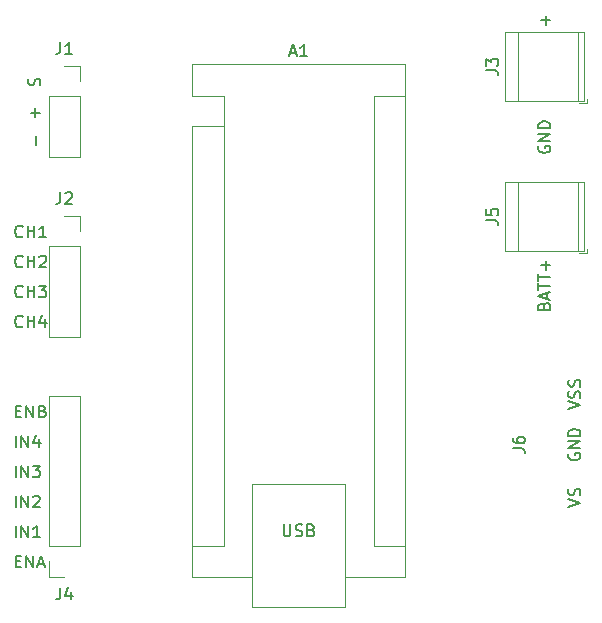
<source format=gbr>
%TF.GenerationSoftware,KiCad,Pcbnew,7.0.9*%
%TF.CreationDate,2023-11-18T21:52:13-06:00*%
%TF.ProjectId,batttlebot_pcb,62617474-746c-4656-926f-745f7063622e,rev?*%
%TF.SameCoordinates,Original*%
%TF.FileFunction,Legend,Top*%
%TF.FilePolarity,Positive*%
%FSLAX46Y46*%
G04 Gerber Fmt 4.6, Leading zero omitted, Abs format (unit mm)*
G04 Created by KiCad (PCBNEW 7.0.9) date 2023-11-18 21:52:13*
%MOMM*%
%LPD*%
G01*
G04 APERTURE LIST*
%ADD10C,0.150000*%
%ADD11C,0.120000*%
G04 APERTURE END LIST*
D10*
X110191779Y-104121009D02*
X110525112Y-104121009D01*
X110667969Y-104644819D02*
X110191779Y-104644819D01*
X110191779Y-104644819D02*
X110191779Y-103644819D01*
X110191779Y-103644819D02*
X110667969Y-103644819D01*
X111096541Y-104644819D02*
X111096541Y-103644819D01*
X111096541Y-103644819D02*
X111667969Y-104644819D01*
X111667969Y-104644819D02*
X111667969Y-103644819D01*
X112477493Y-104121009D02*
X112620350Y-104168628D01*
X112620350Y-104168628D02*
X112667969Y-104216247D01*
X112667969Y-104216247D02*
X112715588Y-104311485D01*
X112715588Y-104311485D02*
X112715588Y-104454342D01*
X112715588Y-104454342D02*
X112667969Y-104549580D01*
X112667969Y-104549580D02*
X112620350Y-104597200D01*
X112620350Y-104597200D02*
X112525112Y-104644819D01*
X112525112Y-104644819D02*
X112144160Y-104644819D01*
X112144160Y-104644819D02*
X112144160Y-103644819D01*
X112144160Y-103644819D02*
X112477493Y-103644819D01*
X112477493Y-103644819D02*
X112572731Y-103692438D01*
X112572731Y-103692438D02*
X112620350Y-103740057D01*
X112620350Y-103740057D02*
X112667969Y-103835295D01*
X112667969Y-103835295D02*
X112667969Y-103930533D01*
X112667969Y-103930533D02*
X112620350Y-104025771D01*
X112620350Y-104025771D02*
X112572731Y-104073390D01*
X112572731Y-104073390D02*
X112477493Y-104121009D01*
X112477493Y-104121009D02*
X112144160Y-104121009D01*
X110191779Y-107184819D02*
X110191779Y-106184819D01*
X110667969Y-107184819D02*
X110667969Y-106184819D01*
X110667969Y-106184819D02*
X111239397Y-107184819D01*
X111239397Y-107184819D02*
X111239397Y-106184819D01*
X112144159Y-106518152D02*
X112144159Y-107184819D01*
X111906064Y-106137200D02*
X111667969Y-106851485D01*
X111667969Y-106851485D02*
X112287016Y-106851485D01*
X110191779Y-109724819D02*
X110191779Y-108724819D01*
X110667969Y-109724819D02*
X110667969Y-108724819D01*
X110667969Y-108724819D02*
X111239397Y-109724819D01*
X111239397Y-109724819D02*
X111239397Y-108724819D01*
X111620350Y-108724819D02*
X112239397Y-108724819D01*
X112239397Y-108724819D02*
X111906064Y-109105771D01*
X111906064Y-109105771D02*
X112048921Y-109105771D01*
X112048921Y-109105771D02*
X112144159Y-109153390D01*
X112144159Y-109153390D02*
X112191778Y-109201009D01*
X112191778Y-109201009D02*
X112239397Y-109296247D01*
X112239397Y-109296247D02*
X112239397Y-109534342D01*
X112239397Y-109534342D02*
X112191778Y-109629580D01*
X112191778Y-109629580D02*
X112144159Y-109677200D01*
X112144159Y-109677200D02*
X112048921Y-109724819D01*
X112048921Y-109724819D02*
X111763207Y-109724819D01*
X111763207Y-109724819D02*
X111667969Y-109677200D01*
X111667969Y-109677200D02*
X111620350Y-109629580D01*
X110191779Y-112264819D02*
X110191779Y-111264819D01*
X110667969Y-112264819D02*
X110667969Y-111264819D01*
X110667969Y-111264819D02*
X111239397Y-112264819D01*
X111239397Y-112264819D02*
X111239397Y-111264819D01*
X111667969Y-111360057D02*
X111715588Y-111312438D01*
X111715588Y-111312438D02*
X111810826Y-111264819D01*
X111810826Y-111264819D02*
X112048921Y-111264819D01*
X112048921Y-111264819D02*
X112144159Y-111312438D01*
X112144159Y-111312438D02*
X112191778Y-111360057D01*
X112191778Y-111360057D02*
X112239397Y-111455295D01*
X112239397Y-111455295D02*
X112239397Y-111550533D01*
X112239397Y-111550533D02*
X112191778Y-111693390D01*
X112191778Y-111693390D02*
X111620350Y-112264819D01*
X111620350Y-112264819D02*
X112239397Y-112264819D01*
X110191779Y-114804819D02*
X110191779Y-113804819D01*
X110667969Y-114804819D02*
X110667969Y-113804819D01*
X110667969Y-113804819D02*
X111239397Y-114804819D01*
X111239397Y-114804819D02*
X111239397Y-113804819D01*
X112239397Y-114804819D02*
X111667969Y-114804819D01*
X111953683Y-114804819D02*
X111953683Y-113804819D01*
X111953683Y-113804819D02*
X111858445Y-113947676D01*
X111858445Y-113947676D02*
X111763207Y-114042914D01*
X111763207Y-114042914D02*
X111667969Y-114090533D01*
X110191779Y-116821009D02*
X110525112Y-116821009D01*
X110667969Y-117344819D02*
X110191779Y-117344819D01*
X110191779Y-117344819D02*
X110191779Y-116344819D01*
X110191779Y-116344819D02*
X110667969Y-116344819D01*
X111096541Y-117344819D02*
X111096541Y-116344819D01*
X111096541Y-116344819D02*
X111667969Y-117344819D01*
X111667969Y-117344819D02*
X111667969Y-116344819D01*
X112096541Y-117059104D02*
X112572731Y-117059104D01*
X112001303Y-117344819D02*
X112334636Y-116344819D01*
X112334636Y-116344819D02*
X112667969Y-117344819D01*
X110763207Y-96929580D02*
X110715588Y-96977200D01*
X110715588Y-96977200D02*
X110572731Y-97024819D01*
X110572731Y-97024819D02*
X110477493Y-97024819D01*
X110477493Y-97024819D02*
X110334636Y-96977200D01*
X110334636Y-96977200D02*
X110239398Y-96881961D01*
X110239398Y-96881961D02*
X110191779Y-96786723D01*
X110191779Y-96786723D02*
X110144160Y-96596247D01*
X110144160Y-96596247D02*
X110144160Y-96453390D01*
X110144160Y-96453390D02*
X110191779Y-96262914D01*
X110191779Y-96262914D02*
X110239398Y-96167676D01*
X110239398Y-96167676D02*
X110334636Y-96072438D01*
X110334636Y-96072438D02*
X110477493Y-96024819D01*
X110477493Y-96024819D02*
X110572731Y-96024819D01*
X110572731Y-96024819D02*
X110715588Y-96072438D01*
X110715588Y-96072438D02*
X110763207Y-96120057D01*
X111191779Y-97024819D02*
X111191779Y-96024819D01*
X111191779Y-96501009D02*
X111763207Y-96501009D01*
X111763207Y-97024819D02*
X111763207Y-96024819D01*
X112667969Y-96358152D02*
X112667969Y-97024819D01*
X112429874Y-95977200D02*
X112191779Y-96691485D01*
X112191779Y-96691485D02*
X112810826Y-96691485D01*
X110763207Y-94389580D02*
X110715588Y-94437200D01*
X110715588Y-94437200D02*
X110572731Y-94484819D01*
X110572731Y-94484819D02*
X110477493Y-94484819D01*
X110477493Y-94484819D02*
X110334636Y-94437200D01*
X110334636Y-94437200D02*
X110239398Y-94341961D01*
X110239398Y-94341961D02*
X110191779Y-94246723D01*
X110191779Y-94246723D02*
X110144160Y-94056247D01*
X110144160Y-94056247D02*
X110144160Y-93913390D01*
X110144160Y-93913390D02*
X110191779Y-93722914D01*
X110191779Y-93722914D02*
X110239398Y-93627676D01*
X110239398Y-93627676D02*
X110334636Y-93532438D01*
X110334636Y-93532438D02*
X110477493Y-93484819D01*
X110477493Y-93484819D02*
X110572731Y-93484819D01*
X110572731Y-93484819D02*
X110715588Y-93532438D01*
X110715588Y-93532438D02*
X110763207Y-93580057D01*
X111191779Y-94484819D02*
X111191779Y-93484819D01*
X111191779Y-93961009D02*
X111763207Y-93961009D01*
X111763207Y-94484819D02*
X111763207Y-93484819D01*
X112144160Y-93484819D02*
X112763207Y-93484819D01*
X112763207Y-93484819D02*
X112429874Y-93865771D01*
X112429874Y-93865771D02*
X112572731Y-93865771D01*
X112572731Y-93865771D02*
X112667969Y-93913390D01*
X112667969Y-93913390D02*
X112715588Y-93961009D01*
X112715588Y-93961009D02*
X112763207Y-94056247D01*
X112763207Y-94056247D02*
X112763207Y-94294342D01*
X112763207Y-94294342D02*
X112715588Y-94389580D01*
X112715588Y-94389580D02*
X112667969Y-94437200D01*
X112667969Y-94437200D02*
X112572731Y-94484819D01*
X112572731Y-94484819D02*
X112287017Y-94484819D01*
X112287017Y-94484819D02*
X112191779Y-94437200D01*
X112191779Y-94437200D02*
X112144160Y-94389580D01*
X110763207Y-91849580D02*
X110715588Y-91897200D01*
X110715588Y-91897200D02*
X110572731Y-91944819D01*
X110572731Y-91944819D02*
X110477493Y-91944819D01*
X110477493Y-91944819D02*
X110334636Y-91897200D01*
X110334636Y-91897200D02*
X110239398Y-91801961D01*
X110239398Y-91801961D02*
X110191779Y-91706723D01*
X110191779Y-91706723D02*
X110144160Y-91516247D01*
X110144160Y-91516247D02*
X110144160Y-91373390D01*
X110144160Y-91373390D02*
X110191779Y-91182914D01*
X110191779Y-91182914D02*
X110239398Y-91087676D01*
X110239398Y-91087676D02*
X110334636Y-90992438D01*
X110334636Y-90992438D02*
X110477493Y-90944819D01*
X110477493Y-90944819D02*
X110572731Y-90944819D01*
X110572731Y-90944819D02*
X110715588Y-90992438D01*
X110715588Y-90992438D02*
X110763207Y-91040057D01*
X111191779Y-91944819D02*
X111191779Y-90944819D01*
X111191779Y-91421009D02*
X111763207Y-91421009D01*
X111763207Y-91944819D02*
X111763207Y-90944819D01*
X112191779Y-91040057D02*
X112239398Y-90992438D01*
X112239398Y-90992438D02*
X112334636Y-90944819D01*
X112334636Y-90944819D02*
X112572731Y-90944819D01*
X112572731Y-90944819D02*
X112667969Y-90992438D01*
X112667969Y-90992438D02*
X112715588Y-91040057D01*
X112715588Y-91040057D02*
X112763207Y-91135295D01*
X112763207Y-91135295D02*
X112763207Y-91230533D01*
X112763207Y-91230533D02*
X112715588Y-91373390D01*
X112715588Y-91373390D02*
X112144160Y-91944819D01*
X112144160Y-91944819D02*
X112763207Y-91944819D01*
X110763207Y-89309580D02*
X110715588Y-89357200D01*
X110715588Y-89357200D02*
X110572731Y-89404819D01*
X110572731Y-89404819D02*
X110477493Y-89404819D01*
X110477493Y-89404819D02*
X110334636Y-89357200D01*
X110334636Y-89357200D02*
X110239398Y-89261961D01*
X110239398Y-89261961D02*
X110191779Y-89166723D01*
X110191779Y-89166723D02*
X110144160Y-88976247D01*
X110144160Y-88976247D02*
X110144160Y-88833390D01*
X110144160Y-88833390D02*
X110191779Y-88642914D01*
X110191779Y-88642914D02*
X110239398Y-88547676D01*
X110239398Y-88547676D02*
X110334636Y-88452438D01*
X110334636Y-88452438D02*
X110477493Y-88404819D01*
X110477493Y-88404819D02*
X110572731Y-88404819D01*
X110572731Y-88404819D02*
X110715588Y-88452438D01*
X110715588Y-88452438D02*
X110763207Y-88500057D01*
X111191779Y-89404819D02*
X111191779Y-88404819D01*
X111191779Y-88881009D02*
X111763207Y-88881009D01*
X111763207Y-89404819D02*
X111763207Y-88404819D01*
X112763207Y-89404819D02*
X112191779Y-89404819D01*
X112477493Y-89404819D02*
X112477493Y-88404819D01*
X112477493Y-88404819D02*
X112382255Y-88547676D01*
X112382255Y-88547676D02*
X112287017Y-88642914D01*
X112287017Y-88642914D02*
X112191779Y-88690533D01*
X112217200Y-76545839D02*
X112264819Y-76402982D01*
X112264819Y-76402982D02*
X112264819Y-76164887D01*
X112264819Y-76164887D02*
X112217200Y-76069649D01*
X112217200Y-76069649D02*
X112169580Y-76022030D01*
X112169580Y-76022030D02*
X112074342Y-75974411D01*
X112074342Y-75974411D02*
X111979104Y-75974411D01*
X111979104Y-75974411D02*
X111883866Y-76022030D01*
X111883866Y-76022030D02*
X111836247Y-76069649D01*
X111836247Y-76069649D02*
X111788628Y-76164887D01*
X111788628Y-76164887D02*
X111741009Y-76355363D01*
X111741009Y-76355363D02*
X111693390Y-76450601D01*
X111693390Y-76450601D02*
X111645771Y-76498220D01*
X111645771Y-76498220D02*
X111550533Y-76545839D01*
X111550533Y-76545839D02*
X111455295Y-76545839D01*
X111455295Y-76545839D02*
X111360057Y-76498220D01*
X111360057Y-76498220D02*
X111312438Y-76450601D01*
X111312438Y-76450601D02*
X111264819Y-76355363D01*
X111264819Y-76355363D02*
X111264819Y-76117268D01*
X111264819Y-76117268D02*
X111312438Y-75974411D01*
X111461779Y-78863866D02*
X112223684Y-78863866D01*
X111842731Y-79244819D02*
X111842731Y-78482914D01*
X111883866Y-81578220D02*
X111883866Y-80816316D01*
X156984819Y-103946077D02*
X157984819Y-103612744D01*
X157984819Y-103612744D02*
X156984819Y-103279411D01*
X157937200Y-102993696D02*
X157984819Y-102850839D01*
X157984819Y-102850839D02*
X157984819Y-102612744D01*
X157984819Y-102612744D02*
X157937200Y-102517506D01*
X157937200Y-102517506D02*
X157889580Y-102469887D01*
X157889580Y-102469887D02*
X157794342Y-102422268D01*
X157794342Y-102422268D02*
X157699104Y-102422268D01*
X157699104Y-102422268D02*
X157603866Y-102469887D01*
X157603866Y-102469887D02*
X157556247Y-102517506D01*
X157556247Y-102517506D02*
X157508628Y-102612744D01*
X157508628Y-102612744D02*
X157461009Y-102803220D01*
X157461009Y-102803220D02*
X157413390Y-102898458D01*
X157413390Y-102898458D02*
X157365771Y-102946077D01*
X157365771Y-102946077D02*
X157270533Y-102993696D01*
X157270533Y-102993696D02*
X157175295Y-102993696D01*
X157175295Y-102993696D02*
X157080057Y-102946077D01*
X157080057Y-102946077D02*
X157032438Y-102898458D01*
X157032438Y-102898458D02*
X156984819Y-102803220D01*
X156984819Y-102803220D02*
X156984819Y-102565125D01*
X156984819Y-102565125D02*
X157032438Y-102422268D01*
X157937200Y-102041315D02*
X157984819Y-101898458D01*
X157984819Y-101898458D02*
X157984819Y-101660363D01*
X157984819Y-101660363D02*
X157937200Y-101565125D01*
X157937200Y-101565125D02*
X157889580Y-101517506D01*
X157889580Y-101517506D02*
X157794342Y-101469887D01*
X157794342Y-101469887D02*
X157699104Y-101469887D01*
X157699104Y-101469887D02*
X157603866Y-101517506D01*
X157603866Y-101517506D02*
X157556247Y-101565125D01*
X157556247Y-101565125D02*
X157508628Y-101660363D01*
X157508628Y-101660363D02*
X157461009Y-101850839D01*
X157461009Y-101850839D02*
X157413390Y-101946077D01*
X157413390Y-101946077D02*
X157365771Y-101993696D01*
X157365771Y-101993696D02*
X157270533Y-102041315D01*
X157270533Y-102041315D02*
X157175295Y-102041315D01*
X157175295Y-102041315D02*
X157080057Y-101993696D01*
X157080057Y-101993696D02*
X157032438Y-101946077D01*
X157032438Y-101946077D02*
X156984819Y-101850839D01*
X156984819Y-101850839D02*
X156984819Y-101612744D01*
X156984819Y-101612744D02*
X157032438Y-101469887D01*
X156984819Y-112201077D02*
X157984819Y-111867744D01*
X157984819Y-111867744D02*
X156984819Y-111534411D01*
X157937200Y-111248696D02*
X157984819Y-111105839D01*
X157984819Y-111105839D02*
X157984819Y-110867744D01*
X157984819Y-110867744D02*
X157937200Y-110772506D01*
X157937200Y-110772506D02*
X157889580Y-110724887D01*
X157889580Y-110724887D02*
X157794342Y-110677268D01*
X157794342Y-110677268D02*
X157699104Y-110677268D01*
X157699104Y-110677268D02*
X157603866Y-110724887D01*
X157603866Y-110724887D02*
X157556247Y-110772506D01*
X157556247Y-110772506D02*
X157508628Y-110867744D01*
X157508628Y-110867744D02*
X157461009Y-111058220D01*
X157461009Y-111058220D02*
X157413390Y-111153458D01*
X157413390Y-111153458D02*
X157365771Y-111201077D01*
X157365771Y-111201077D02*
X157270533Y-111248696D01*
X157270533Y-111248696D02*
X157175295Y-111248696D01*
X157175295Y-111248696D02*
X157080057Y-111201077D01*
X157080057Y-111201077D02*
X157032438Y-111153458D01*
X157032438Y-111153458D02*
X156984819Y-111058220D01*
X156984819Y-111058220D02*
X156984819Y-110820125D01*
X156984819Y-110820125D02*
X157032438Y-110677268D01*
X157032438Y-107724411D02*
X156984819Y-107819649D01*
X156984819Y-107819649D02*
X156984819Y-107962506D01*
X156984819Y-107962506D02*
X157032438Y-108105363D01*
X157032438Y-108105363D02*
X157127676Y-108200601D01*
X157127676Y-108200601D02*
X157222914Y-108248220D01*
X157222914Y-108248220D02*
X157413390Y-108295839D01*
X157413390Y-108295839D02*
X157556247Y-108295839D01*
X157556247Y-108295839D02*
X157746723Y-108248220D01*
X157746723Y-108248220D02*
X157841961Y-108200601D01*
X157841961Y-108200601D02*
X157937200Y-108105363D01*
X157937200Y-108105363D02*
X157984819Y-107962506D01*
X157984819Y-107962506D02*
X157984819Y-107867268D01*
X157984819Y-107867268D02*
X157937200Y-107724411D01*
X157937200Y-107724411D02*
X157889580Y-107676792D01*
X157889580Y-107676792D02*
X157556247Y-107676792D01*
X157556247Y-107676792D02*
X157556247Y-107867268D01*
X157984819Y-107248220D02*
X156984819Y-107248220D01*
X156984819Y-107248220D02*
X157984819Y-106676792D01*
X157984819Y-106676792D02*
X156984819Y-106676792D01*
X157984819Y-106200601D02*
X156984819Y-106200601D01*
X156984819Y-106200601D02*
X156984819Y-105962506D01*
X156984819Y-105962506D02*
X157032438Y-105819649D01*
X157032438Y-105819649D02*
X157127676Y-105724411D01*
X157127676Y-105724411D02*
X157222914Y-105676792D01*
X157222914Y-105676792D02*
X157413390Y-105629173D01*
X157413390Y-105629173D02*
X157556247Y-105629173D01*
X157556247Y-105629173D02*
X157746723Y-105676792D01*
X157746723Y-105676792D02*
X157841961Y-105724411D01*
X157841961Y-105724411D02*
X157937200Y-105819649D01*
X157937200Y-105819649D02*
X157984819Y-105962506D01*
X157984819Y-105962506D02*
X157984819Y-106200601D01*
X154921009Y-95214887D02*
X154968628Y-95072030D01*
X154968628Y-95072030D02*
X155016247Y-95024411D01*
X155016247Y-95024411D02*
X155111485Y-94976792D01*
X155111485Y-94976792D02*
X155254342Y-94976792D01*
X155254342Y-94976792D02*
X155349580Y-95024411D01*
X155349580Y-95024411D02*
X155397200Y-95072030D01*
X155397200Y-95072030D02*
X155444819Y-95167268D01*
X155444819Y-95167268D02*
X155444819Y-95548220D01*
X155444819Y-95548220D02*
X154444819Y-95548220D01*
X154444819Y-95548220D02*
X154444819Y-95214887D01*
X154444819Y-95214887D02*
X154492438Y-95119649D01*
X154492438Y-95119649D02*
X154540057Y-95072030D01*
X154540057Y-95072030D02*
X154635295Y-95024411D01*
X154635295Y-95024411D02*
X154730533Y-95024411D01*
X154730533Y-95024411D02*
X154825771Y-95072030D01*
X154825771Y-95072030D02*
X154873390Y-95119649D01*
X154873390Y-95119649D02*
X154921009Y-95214887D01*
X154921009Y-95214887D02*
X154921009Y-95548220D01*
X155159104Y-94595839D02*
X155159104Y-94119649D01*
X155444819Y-94691077D02*
X154444819Y-94357744D01*
X154444819Y-94357744D02*
X155444819Y-94024411D01*
X154444819Y-93833934D02*
X154444819Y-93262506D01*
X155444819Y-93548220D02*
X154444819Y-93548220D01*
X154444819Y-93072029D02*
X154444819Y-92500601D01*
X155444819Y-92786315D02*
X154444819Y-92786315D01*
X155063866Y-92167267D02*
X155063866Y-91405363D01*
X155444819Y-91786315D02*
X154682914Y-91786315D01*
X154492438Y-81689411D02*
X154444819Y-81784649D01*
X154444819Y-81784649D02*
X154444819Y-81927506D01*
X154444819Y-81927506D02*
X154492438Y-82070363D01*
X154492438Y-82070363D02*
X154587676Y-82165601D01*
X154587676Y-82165601D02*
X154682914Y-82213220D01*
X154682914Y-82213220D02*
X154873390Y-82260839D01*
X154873390Y-82260839D02*
X155016247Y-82260839D01*
X155016247Y-82260839D02*
X155206723Y-82213220D01*
X155206723Y-82213220D02*
X155301961Y-82165601D01*
X155301961Y-82165601D02*
X155397200Y-82070363D01*
X155397200Y-82070363D02*
X155444819Y-81927506D01*
X155444819Y-81927506D02*
X155444819Y-81832268D01*
X155444819Y-81832268D02*
X155397200Y-81689411D01*
X155397200Y-81689411D02*
X155349580Y-81641792D01*
X155349580Y-81641792D02*
X155016247Y-81641792D01*
X155016247Y-81641792D02*
X155016247Y-81832268D01*
X155444819Y-81213220D02*
X154444819Y-81213220D01*
X154444819Y-81213220D02*
X155444819Y-80641792D01*
X155444819Y-80641792D02*
X154444819Y-80641792D01*
X155444819Y-80165601D02*
X154444819Y-80165601D01*
X154444819Y-80165601D02*
X154444819Y-79927506D01*
X154444819Y-79927506D02*
X154492438Y-79784649D01*
X154492438Y-79784649D02*
X154587676Y-79689411D01*
X154587676Y-79689411D02*
X154682914Y-79641792D01*
X154682914Y-79641792D02*
X154873390Y-79594173D01*
X154873390Y-79594173D02*
X155016247Y-79594173D01*
X155016247Y-79594173D02*
X155206723Y-79641792D01*
X155206723Y-79641792D02*
X155301961Y-79689411D01*
X155301961Y-79689411D02*
X155397200Y-79784649D01*
X155397200Y-79784649D02*
X155444819Y-79927506D01*
X155444819Y-79927506D02*
X155444819Y-80165601D01*
X155063866Y-71418220D02*
X155063866Y-70656316D01*
X155444819Y-71037268D02*
X154682914Y-71037268D01*
X152274819Y-107273333D02*
X152989104Y-107273333D01*
X152989104Y-107273333D02*
X153131961Y-107320952D01*
X153131961Y-107320952D02*
X153227200Y-107416190D01*
X153227200Y-107416190D02*
X153274819Y-107559047D01*
X153274819Y-107559047D02*
X153274819Y-107654285D01*
X152274819Y-106368571D02*
X152274819Y-106559047D01*
X152274819Y-106559047D02*
X152322438Y-106654285D01*
X152322438Y-106654285D02*
X152370057Y-106701904D01*
X152370057Y-106701904D02*
X152512914Y-106797142D01*
X152512914Y-106797142D02*
X152703390Y-106844761D01*
X152703390Y-106844761D02*
X153084342Y-106844761D01*
X153084342Y-106844761D02*
X153179580Y-106797142D01*
X153179580Y-106797142D02*
X153227200Y-106749523D01*
X153227200Y-106749523D02*
X153274819Y-106654285D01*
X153274819Y-106654285D02*
X153274819Y-106463809D01*
X153274819Y-106463809D02*
X153227200Y-106368571D01*
X153227200Y-106368571D02*
X153179580Y-106320952D01*
X153179580Y-106320952D02*
X153084342Y-106273333D01*
X153084342Y-106273333D02*
X152846247Y-106273333D01*
X152846247Y-106273333D02*
X152751009Y-106320952D01*
X152751009Y-106320952D02*
X152703390Y-106368571D01*
X152703390Y-106368571D02*
X152655771Y-106463809D01*
X152655771Y-106463809D02*
X152655771Y-106654285D01*
X152655771Y-106654285D02*
X152703390Y-106749523D01*
X152703390Y-106749523D02*
X152751009Y-106797142D01*
X152751009Y-106797142D02*
X152846247Y-106844761D01*
X150024819Y-87963333D02*
X150739104Y-87963333D01*
X150739104Y-87963333D02*
X150881961Y-88010952D01*
X150881961Y-88010952D02*
X150977200Y-88106190D01*
X150977200Y-88106190D02*
X151024819Y-88249047D01*
X151024819Y-88249047D02*
X151024819Y-88344285D01*
X150024819Y-87010952D02*
X150024819Y-87487142D01*
X150024819Y-87487142D02*
X150501009Y-87534761D01*
X150501009Y-87534761D02*
X150453390Y-87487142D01*
X150453390Y-87487142D02*
X150405771Y-87391904D01*
X150405771Y-87391904D02*
X150405771Y-87153809D01*
X150405771Y-87153809D02*
X150453390Y-87058571D01*
X150453390Y-87058571D02*
X150501009Y-87010952D01*
X150501009Y-87010952D02*
X150596247Y-86963333D01*
X150596247Y-86963333D02*
X150834342Y-86963333D01*
X150834342Y-86963333D02*
X150929580Y-87010952D01*
X150929580Y-87010952D02*
X150977200Y-87058571D01*
X150977200Y-87058571D02*
X151024819Y-87153809D01*
X151024819Y-87153809D02*
X151024819Y-87391904D01*
X151024819Y-87391904D02*
X150977200Y-87487142D01*
X150977200Y-87487142D02*
X150929580Y-87534761D01*
X113966666Y-85584819D02*
X113966666Y-86299104D01*
X113966666Y-86299104D02*
X113919047Y-86441961D01*
X113919047Y-86441961D02*
X113823809Y-86537200D01*
X113823809Y-86537200D02*
X113680952Y-86584819D01*
X113680952Y-86584819D02*
X113585714Y-86584819D01*
X114395238Y-85680057D02*
X114442857Y-85632438D01*
X114442857Y-85632438D02*
X114538095Y-85584819D01*
X114538095Y-85584819D02*
X114776190Y-85584819D01*
X114776190Y-85584819D02*
X114871428Y-85632438D01*
X114871428Y-85632438D02*
X114919047Y-85680057D01*
X114919047Y-85680057D02*
X114966666Y-85775295D01*
X114966666Y-85775295D02*
X114966666Y-85870533D01*
X114966666Y-85870533D02*
X114919047Y-86013390D01*
X114919047Y-86013390D02*
X114347619Y-86584819D01*
X114347619Y-86584819D02*
X114966666Y-86584819D01*
X113966666Y-119064819D02*
X113966666Y-119779104D01*
X113966666Y-119779104D02*
X113919047Y-119921961D01*
X113919047Y-119921961D02*
X113823809Y-120017200D01*
X113823809Y-120017200D02*
X113680952Y-120064819D01*
X113680952Y-120064819D02*
X113585714Y-120064819D01*
X114871428Y-119398152D02*
X114871428Y-120064819D01*
X114633333Y-119017200D02*
X114395238Y-119731485D01*
X114395238Y-119731485D02*
X115014285Y-119731485D01*
X150024819Y-75263333D02*
X150739104Y-75263333D01*
X150739104Y-75263333D02*
X150881961Y-75310952D01*
X150881961Y-75310952D02*
X150977200Y-75406190D01*
X150977200Y-75406190D02*
X151024819Y-75549047D01*
X151024819Y-75549047D02*
X151024819Y-75644285D01*
X150024819Y-74882380D02*
X150024819Y-74263333D01*
X150024819Y-74263333D02*
X150405771Y-74596666D01*
X150405771Y-74596666D02*
X150405771Y-74453809D01*
X150405771Y-74453809D02*
X150453390Y-74358571D01*
X150453390Y-74358571D02*
X150501009Y-74310952D01*
X150501009Y-74310952D02*
X150596247Y-74263333D01*
X150596247Y-74263333D02*
X150834342Y-74263333D01*
X150834342Y-74263333D02*
X150929580Y-74310952D01*
X150929580Y-74310952D02*
X150977200Y-74358571D01*
X150977200Y-74358571D02*
X151024819Y-74453809D01*
X151024819Y-74453809D02*
X151024819Y-74739523D01*
X151024819Y-74739523D02*
X150977200Y-74834761D01*
X150977200Y-74834761D02*
X150929580Y-74882380D01*
X113966666Y-72884819D02*
X113966666Y-73599104D01*
X113966666Y-73599104D02*
X113919047Y-73741961D01*
X113919047Y-73741961D02*
X113823809Y-73837200D01*
X113823809Y-73837200D02*
X113680952Y-73884819D01*
X113680952Y-73884819D02*
X113585714Y-73884819D01*
X114966666Y-73884819D02*
X114395238Y-73884819D01*
X114680952Y-73884819D02*
X114680952Y-72884819D01*
X114680952Y-72884819D02*
X114585714Y-73027676D01*
X114585714Y-73027676D02*
X114490476Y-73122914D01*
X114490476Y-73122914D02*
X114395238Y-73170533D01*
X133425714Y-73789104D02*
X133901904Y-73789104D01*
X133330476Y-74074819D02*
X133663809Y-73074819D01*
X133663809Y-73074819D02*
X133997142Y-74074819D01*
X134854285Y-74074819D02*
X134282857Y-74074819D01*
X134568571Y-74074819D02*
X134568571Y-73074819D01*
X134568571Y-73074819D02*
X134473333Y-73217676D01*
X134473333Y-73217676D02*
X134378095Y-73312914D01*
X134378095Y-73312914D02*
X134282857Y-73360533D01*
X132878095Y-113714819D02*
X132878095Y-114524342D01*
X132878095Y-114524342D02*
X132925714Y-114619580D01*
X132925714Y-114619580D02*
X132973333Y-114667200D01*
X132973333Y-114667200D02*
X133068571Y-114714819D01*
X133068571Y-114714819D02*
X133259047Y-114714819D01*
X133259047Y-114714819D02*
X133354285Y-114667200D01*
X133354285Y-114667200D02*
X133401904Y-114619580D01*
X133401904Y-114619580D02*
X133449523Y-114524342D01*
X133449523Y-114524342D02*
X133449523Y-113714819D01*
X133878095Y-114667200D02*
X134020952Y-114714819D01*
X134020952Y-114714819D02*
X134259047Y-114714819D01*
X134259047Y-114714819D02*
X134354285Y-114667200D01*
X134354285Y-114667200D02*
X134401904Y-114619580D01*
X134401904Y-114619580D02*
X134449523Y-114524342D01*
X134449523Y-114524342D02*
X134449523Y-114429104D01*
X134449523Y-114429104D02*
X134401904Y-114333866D01*
X134401904Y-114333866D02*
X134354285Y-114286247D01*
X134354285Y-114286247D02*
X134259047Y-114238628D01*
X134259047Y-114238628D02*
X134068571Y-114191009D01*
X134068571Y-114191009D02*
X133973333Y-114143390D01*
X133973333Y-114143390D02*
X133925714Y-114095771D01*
X133925714Y-114095771D02*
X133878095Y-114000533D01*
X133878095Y-114000533D02*
X133878095Y-113905295D01*
X133878095Y-113905295D02*
X133925714Y-113810057D01*
X133925714Y-113810057D02*
X133973333Y-113762438D01*
X133973333Y-113762438D02*
X134068571Y-113714819D01*
X134068571Y-113714819D02*
X134306666Y-113714819D01*
X134306666Y-113714819D02*
X134449523Y-113762438D01*
X135211428Y-114191009D02*
X135354285Y-114238628D01*
X135354285Y-114238628D02*
X135401904Y-114286247D01*
X135401904Y-114286247D02*
X135449523Y-114381485D01*
X135449523Y-114381485D02*
X135449523Y-114524342D01*
X135449523Y-114524342D02*
X135401904Y-114619580D01*
X135401904Y-114619580D02*
X135354285Y-114667200D01*
X135354285Y-114667200D02*
X135259047Y-114714819D01*
X135259047Y-114714819D02*
X134878095Y-114714819D01*
X134878095Y-114714819D02*
X134878095Y-113714819D01*
X134878095Y-113714819D02*
X135211428Y-113714819D01*
X135211428Y-113714819D02*
X135306666Y-113762438D01*
X135306666Y-113762438D02*
X135354285Y-113810057D01*
X135354285Y-113810057D02*
X135401904Y-113905295D01*
X135401904Y-113905295D02*
X135401904Y-114000533D01*
X135401904Y-114000533D02*
X135354285Y-114095771D01*
X135354285Y-114095771D02*
X135306666Y-114143390D01*
X135306666Y-114143390D02*
X135211428Y-114191009D01*
X135211428Y-114191009D02*
X134878095Y-114191009D01*
D11*
%TO.C,J5*%
X151570000Y-84740000D02*
X158310000Y-84740000D01*
X157790000Y-90520000D02*
X157790000Y-84740000D01*
X151570000Y-90520000D02*
X151570000Y-84740000D01*
X157910000Y-90760000D02*
X158550000Y-90760000D01*
X151570000Y-90520000D02*
X158310000Y-90520000D01*
X152690000Y-90520000D02*
X152690000Y-84740000D01*
X158310000Y-90520000D02*
X158310000Y-84740000D01*
X158550000Y-90760000D02*
X158550000Y-90360000D01*
%TO.C,J2*%
X114300000Y-87570000D02*
X115630000Y-87570000D01*
X115630000Y-87570000D02*
X115630000Y-88900000D01*
X112970000Y-90170000D02*
X112970000Y-97850000D01*
X112970000Y-90170000D02*
X115630000Y-90170000D01*
X115630000Y-90170000D02*
X115630000Y-97850000D01*
X112970000Y-97850000D02*
X115630000Y-97850000D01*
%TO.C,J4*%
X115630000Y-102810000D02*
X112970000Y-102810000D01*
X115630000Y-115570000D02*
X115630000Y-102810000D01*
X112970000Y-118170000D02*
X112970000Y-116840000D01*
X112970000Y-115570000D02*
X112970000Y-102810000D01*
X115630000Y-115570000D02*
X112970000Y-115570000D01*
X114300000Y-118170000D02*
X112970000Y-118170000D01*
%TO.C,J3*%
X158550000Y-78060000D02*
X158550000Y-77660000D01*
X158310000Y-77820000D02*
X158310000Y-72040000D01*
X152690000Y-77820000D02*
X152690000Y-72040000D01*
X151570000Y-77820000D02*
X158310000Y-77820000D01*
X157910000Y-78060000D02*
X158550000Y-78060000D01*
X151570000Y-77820000D02*
X151570000Y-72040000D01*
X157790000Y-77820000D02*
X157790000Y-72040000D01*
X151570000Y-72040000D02*
X158310000Y-72040000D01*
%TO.C,J1*%
X114300000Y-74870000D02*
X115630000Y-74870000D01*
X115630000Y-77470000D02*
X115630000Y-82610000D01*
X112970000Y-77470000D02*
X112970000Y-82610000D01*
X112970000Y-77470000D02*
X115630000Y-77470000D01*
X115630000Y-74870000D02*
X115630000Y-76200000D01*
X112970000Y-82610000D02*
X115630000Y-82610000D01*
%TO.C,A1*%
X127790000Y-77430000D02*
X125120000Y-77430000D01*
X138080000Y-120740000D02*
X130200000Y-120740000D01*
X143160000Y-118200000D02*
X143160000Y-74760000D01*
X130200000Y-120740000D02*
X130200000Y-110320000D01*
X138080000Y-110320000D02*
X138080000Y-120740000D01*
X143160000Y-118200000D02*
X138080000Y-118200000D01*
X125120000Y-79970000D02*
X125120000Y-118200000D01*
X127790000Y-115530000D02*
X125120000Y-115530000D01*
X140490000Y-77430000D02*
X140490000Y-115530000D01*
X127790000Y-79970000D02*
X127790000Y-77430000D01*
X140490000Y-115530000D02*
X143160000Y-115530000D01*
X140490000Y-77430000D02*
X143160000Y-77430000D01*
X127790000Y-79970000D02*
X125120000Y-79970000D01*
X143160000Y-74760000D02*
X125120000Y-74760000D01*
X125120000Y-118200000D02*
X130200000Y-118200000D01*
X125120000Y-74760000D02*
X125120000Y-77430000D01*
X130200000Y-110320000D02*
X138080000Y-110320000D01*
X127790000Y-79970000D02*
X127790000Y-115530000D01*
%TD*%
M02*

</source>
